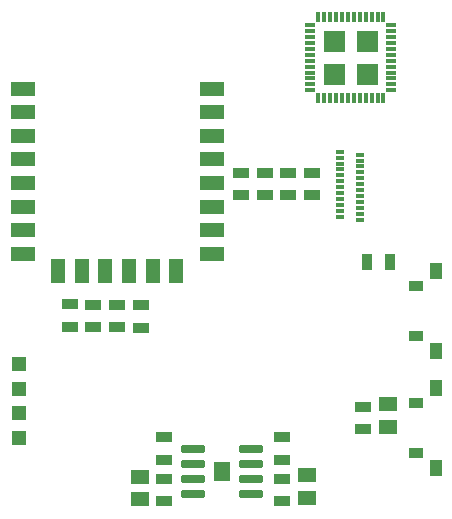
<source format=gtp>
G04*
G04 #@! TF.GenerationSoftware,Altium Limited,Altium Designer,20.0.2 (26)*
G04*
G04 Layer_Color=8421504*
%FSLAX25Y25*%
%MOIN*%
G70*
G01*
G75*
%ADD13R,0.05433X0.03622*%
%ADD14R,0.03622X0.05433*%
G04:AMPARAMS|DCode=15|XSize=34.25mil|YSize=10.63mil|CornerRadius=1.33mil|HoleSize=0mil|Usage=FLASHONLY|Rotation=90.000|XOffset=0mil|YOffset=0mil|HoleType=Round|Shape=RoundedRectangle|*
%AMROUNDEDRECTD15*
21,1,0.03425,0.00797,0,0,90.0*
21,1,0.03160,0.01063,0,0,90.0*
1,1,0.00266,0.00399,0.01580*
1,1,0.00266,0.00399,-0.01580*
1,1,0.00266,-0.00399,-0.01580*
1,1,0.00266,-0.00399,0.01580*
%
%ADD15ROUNDEDRECTD15*%
G04:AMPARAMS|DCode=16|XSize=34.25mil|YSize=10.63mil|CornerRadius=1.33mil|HoleSize=0mil|Usage=FLASHONLY|Rotation=0.000|XOffset=0mil|YOffset=0mil|HoleType=Round|Shape=RoundedRectangle|*
%AMROUNDEDRECTD16*
21,1,0.03425,0.00797,0,0,0.0*
21,1,0.03160,0.01063,0,0,0.0*
1,1,0.00266,0.01580,-0.00399*
1,1,0.00266,-0.01580,-0.00399*
1,1,0.00266,-0.01580,0.00399*
1,1,0.00266,0.01580,0.00399*
%
%ADD16ROUNDEDRECTD16*%
%ADD17R,0.05906X0.05118*%
G04:AMPARAMS|DCode=18|XSize=77.56mil|YSize=23.62mil|CornerRadius=2.95mil|HoleSize=0mil|Usage=FLASHONLY|Rotation=0.000|XOffset=0mil|YOffset=0mil|HoleType=Round|Shape=RoundedRectangle|*
%AMROUNDEDRECTD18*
21,1,0.07756,0.01772,0,0,0.0*
21,1,0.07165,0.02362,0,0,0.0*
1,1,0.00591,0.03583,-0.00886*
1,1,0.00591,-0.03583,-0.00886*
1,1,0.00591,-0.03583,0.00886*
1,1,0.00591,0.03583,0.00886*
%
%ADD18ROUNDEDRECTD18*%
%ADD19R,0.04724X0.04724*%
%ADD20R,0.02756X0.01181*%
%ADD21R,0.03937X0.05709*%
%ADD22R,0.05118X0.03543*%
%ADD23R,0.04724X0.07874*%
%ADD24R,0.07874X0.04724*%
G36*
X301929Y426417D02*
X294921D01*
Y433425D01*
X301929D01*
Y426417D01*
D02*
G37*
G36*
X290905D02*
X283898D01*
Y433425D01*
X290905D01*
Y426417D01*
D02*
G37*
G36*
X301929Y415394D02*
X294921D01*
Y422402D01*
X301929D01*
Y415394D01*
D02*
G37*
G36*
X290905D02*
X283898D01*
Y422402D01*
X290905D01*
Y415394D01*
D02*
G37*
G36*
X252441Y283248D02*
X247362D01*
Y289705D01*
X252441D01*
Y283248D01*
D02*
G37*
D13*
X199213Y342343D02*
D03*
Y334823D02*
D03*
X207087Y334606D02*
D03*
Y342126D02*
D03*
X222835Y341949D02*
D03*
Y334429D02*
D03*
X214961Y334606D02*
D03*
Y342126D02*
D03*
X272047Y386043D02*
D03*
Y378524D02*
D03*
X279921D02*
D03*
Y386043D02*
D03*
X264173D02*
D03*
Y378524D02*
D03*
X256299D02*
D03*
Y386043D02*
D03*
X270079Y284154D02*
D03*
Y276634D02*
D03*
Y290335D02*
D03*
Y297854D02*
D03*
X230709Y290335D02*
D03*
Y297854D02*
D03*
Y276634D02*
D03*
Y284154D02*
D03*
X296850Y308091D02*
D03*
Y300571D02*
D03*
D14*
X298386Y356299D02*
D03*
X305906D02*
D03*
D15*
X282087Y410906D02*
D03*
X284055D02*
D03*
X286024D02*
D03*
X287992D02*
D03*
X289961D02*
D03*
X291929D02*
D03*
X293898D02*
D03*
X295866D02*
D03*
X297835D02*
D03*
X299803D02*
D03*
X301772D02*
D03*
X303740D02*
D03*
Y437913D02*
D03*
X301772D02*
D03*
X299803D02*
D03*
X297835D02*
D03*
X295866D02*
D03*
X293898D02*
D03*
X291929D02*
D03*
X289961D02*
D03*
X287992D02*
D03*
X286024D02*
D03*
X284055D02*
D03*
X282087D02*
D03*
D16*
X279413Y435236D02*
D03*
X279409Y433268D02*
D03*
Y431299D02*
D03*
Y429331D02*
D03*
Y427362D02*
D03*
Y425394D02*
D03*
Y423425D02*
D03*
Y421457D02*
D03*
Y419488D02*
D03*
Y417520D02*
D03*
Y415551D02*
D03*
Y413583D02*
D03*
X306417D02*
D03*
Y415551D02*
D03*
Y417520D02*
D03*
Y419488D02*
D03*
Y421457D02*
D03*
Y423425D02*
D03*
Y425394D02*
D03*
Y427362D02*
D03*
Y429331D02*
D03*
Y431299D02*
D03*
Y433268D02*
D03*
Y435236D02*
D03*
D17*
X278346Y277756D02*
D03*
Y285236D02*
D03*
X222441Y277362D02*
D03*
Y284843D02*
D03*
X305118Y301378D02*
D03*
Y308858D02*
D03*
D18*
X240157Y293976D02*
D03*
Y288976D02*
D03*
Y283976D02*
D03*
Y278976D02*
D03*
X259646D02*
D03*
Y283976D02*
D03*
Y288976D02*
D03*
Y293976D02*
D03*
D19*
X182283Y305906D02*
D03*
Y297638D02*
D03*
Y313976D02*
D03*
Y322244D02*
D03*
D20*
X289370Y393110D02*
D03*
Y391142D02*
D03*
Y389173D02*
D03*
Y387205D02*
D03*
Y385236D02*
D03*
Y383268D02*
D03*
Y381299D02*
D03*
Y379331D02*
D03*
Y377362D02*
D03*
Y375394D02*
D03*
Y373425D02*
D03*
X296063Y370473D02*
D03*
Y372441D02*
D03*
Y374410D02*
D03*
Y376378D02*
D03*
Y378347D02*
D03*
Y380315D02*
D03*
Y382284D02*
D03*
Y384252D02*
D03*
Y386221D02*
D03*
Y388189D02*
D03*
Y390158D02*
D03*
Y392126D02*
D03*
X289370Y371457D02*
D03*
D21*
X321260Y314252D02*
D03*
Y287677D02*
D03*
Y353346D02*
D03*
Y326772D02*
D03*
D22*
X314764Y292717D02*
D03*
Y309252D02*
D03*
Y331811D02*
D03*
Y348346D02*
D03*
D23*
X195276Y353228D02*
D03*
X203150D02*
D03*
X211024D02*
D03*
X218898D02*
D03*
X226772D02*
D03*
X234646D02*
D03*
D24*
X183465Y359055D02*
D03*
Y366929D02*
D03*
Y374803D02*
D03*
Y382677D02*
D03*
Y390551D02*
D03*
Y406299D02*
D03*
Y398425D02*
D03*
Y414173D02*
D03*
X246457D02*
D03*
Y406299D02*
D03*
Y398425D02*
D03*
Y390551D02*
D03*
Y382677D02*
D03*
Y374803D02*
D03*
Y366929D02*
D03*
Y359055D02*
D03*
M02*

</source>
